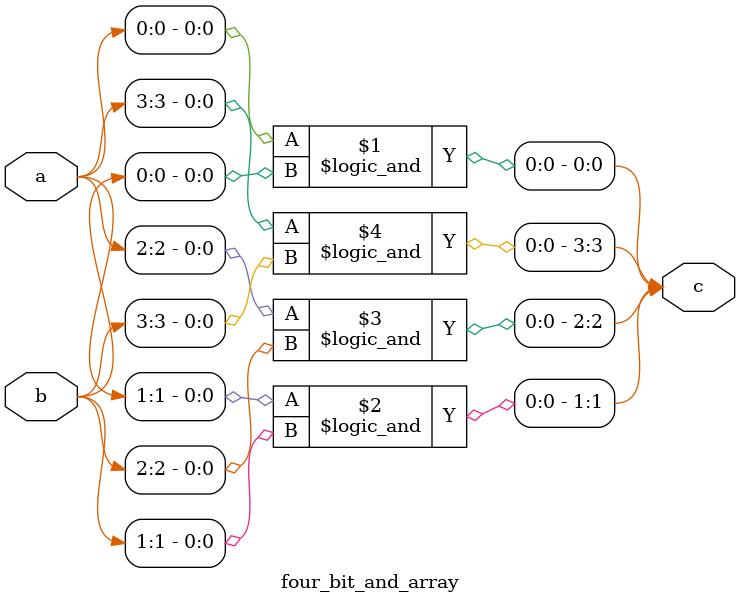
<source format=v>
module four_bit_and_array (a,b,c); 
input [3:0]a,b;
output [3:0] c; 

assign c[0] = a[0] && b[0];  
assign c[1] = a[1] && b[1];  
assign c[2] = a[2] && b[2];  
assign c[3] = a[3] && b[3];  

endmodule

</source>
